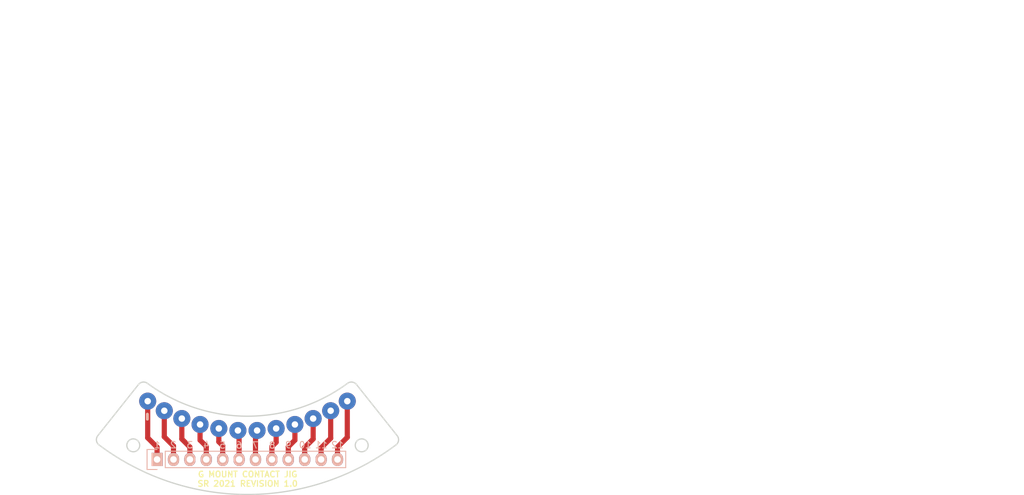
<source format=kicad_pcb>
(kicad_pcb (version 20171130) (host pcbnew 5.1.6)

  (general
    (thickness 1.6)
    (drawings 41)
    (tracks 34)
    (zones 0)
    (modules 13)
    (nets 13)
  )

  (page A4)
  (title_block
    (title "G Mount Spring Contact Test Jig")
    (date 2021-03-07)
    (rev 1.0)
    (company "Scott Rapson")
  )

  (layers
    (0 F.Cu signal)
    (31 B.Cu signal)
    (32 B.Adhes user)
    (33 F.Adhes user)
    (34 B.Paste user)
    (35 F.Paste user)
    (36 B.SilkS user)
    (37 F.SilkS user)
    (38 B.Mask user)
    (39 F.Mask user)
    (40 Dwgs.User user)
    (41 Cmts.User user)
    (42 Eco1.User user)
    (43 Eco2.User user)
    (44 Edge.Cuts user)
    (45 Margin user)
    (46 B.CrtYd user)
    (47 F.CrtYd user)
    (48 B.Fab user)
    (49 F.Fab user)
  )

  (setup
    (last_trace_width 0.8)
    (user_trace_width 0.4)
    (user_trace_width 0.8)
    (trace_clearance 0.2)
    (zone_clearance 0.508)
    (zone_45_only no)
    (trace_min 0.2)
    (via_size 0.8)
    (via_drill 0.4)
    (via_min_size 0.4)
    (via_min_drill 0.3)
    (user_via 0.8 0.4)
    (uvia_size 0.3)
    (uvia_drill 0.1)
    (uvias_allowed no)
    (uvia_min_size 0.2)
    (uvia_min_drill 0.1)
    (edge_width 0.05)
    (segment_width 0.2)
    (pcb_text_width 0.3)
    (pcb_text_size 1.5 1.5)
    (mod_edge_width 0.12)
    (mod_text_size 1 1)
    (mod_text_width 0.15)
    (pad_size 2.64 2.64)
    (pad_drill 1)
    (pad_to_mask_clearance 0.05)
    (aux_axis_origin 150 75)
    (grid_origin 150 75)
    (visible_elements FFFFFF7F)
    (pcbplotparams
      (layerselection 0x012f0_ffffffff)
      (usegerberextensions false)
      (usegerberattributes true)
      (usegerberadvancedattributes true)
      (creategerberjobfile true)
      (excludeedgelayer true)
      (linewidth 0.100000)
      (plotframeref false)
      (viasonmask false)
      (mode 1)
      (useauxorigin false)
      (hpglpennumber 1)
      (hpglpenspeed 20)
      (hpglpendiameter 15.000000)
      (psnegative false)
      (psa4output false)
      (plotreference true)
      (plotvalue true)
      (plotinvisibletext false)
      (padsonsilk false)
      (subtractmaskfromsilk false)
      (outputformat 1)
      (mirror false)
      (drillshape 0)
      (scaleselection 1)
      (outputdirectory "output/"))
  )

  (net 0 "")
  (net 1 /1)
  (net 2 /2)
  (net 3 /3)
  (net 4 /4)
  (net 5 /5)
  (net 6 /6)
  (net 7 /7)
  (net 8 /8)
  (net 9 /9)
  (net 10 /10)
  (net 11 /11)
  (net 12 /12)

  (net_class Default "This is the default net class."
    (clearance 0.2)
    (trace_width 0.25)
    (via_dia 0.8)
    (via_drill 0.4)
    (uvia_dia 0.3)
    (uvia_drill 0.1)
    (add_net /1)
    (add_net /10)
    (add_net /11)
    (add_net /12)
    (add_net /2)
    (add_net /3)
    (add_net /4)
    (add_net /5)
    (add_net /6)
    (add_net /7)
    (add_net /8)
    (add_net /9)
  )

  (module Applidyne_Connector_Wurth:61301211121 (layer B.Cu) (tedit 599934E3) (tstamp 6044C8A8)
    (at 136 107.825 270)
    (descr "Through hole pin header")
    (tags "pin header")
    (path /60468B93)
    (fp_text reference P13 (at 0 3 270) (layer B.SilkS) hide
      (effects (font (size 1 1) (thickness 0.15)) (justify mirror))
    )
    (fp_text value CONN_01X12 (at 0 3.1 270) (layer B.SilkS) hide
      (effects (font (size 1 1) (thickness 0.15)) (justify mirror))
    )
    (fp_text user %R (at 0 3 270) (layer B.Fab)
      (effects (font (size 1 1) (thickness 0.15)) (justify mirror))
    )
    (fp_line (start -1.75 1.75) (end -1.75 -29.7) (layer B.CrtYd) (width 0.05))
    (fp_line (start 1.75 1.75) (end 1.75 -29.7) (layer B.CrtYd) (width 0.05))
    (fp_line (start -1.75 1.75) (end 1.75 1.75) (layer B.CrtYd) (width 0.05))
    (fp_line (start -1.75 -29.7) (end 1.75 -29.7) (layer B.CrtYd) (width 0.05))
    (fp_line (start 1.27 -1.27) (end 1.27 -29.21) (layer B.SilkS) (width 0.15))
    (fp_line (start 1.27 -29.21) (end -1.27 -29.21) (layer B.SilkS) (width 0.15))
    (fp_line (start -1.27 -29.21) (end -1.27 -1.27) (layer B.SilkS) (width 0.15))
    (fp_line (start 1.55 1.55) (end 1.55 0) (layer B.SilkS) (width 0.15))
    (fp_line (start 1.27 -1.27) (end -1.27 -1.27) (layer B.SilkS) (width 0.15))
    (fp_line (start -1.55 0) (end -1.55 1.55) (layer B.SilkS) (width 0.15))
    (fp_line (start -1.55 1.55) (end 1.55 1.55) (layer B.SilkS) (width 0.15))
    (pad 12 thru_hole oval (at 0 -27.94 270) (size 2.032 1.7272) (drill 1.016) (layers *.Cu *.Mask B.SilkS)
      (net 12 /12))
    (pad 11 thru_hole oval (at 0 -25.4 270) (size 2.032 1.7272) (drill 1.016) (layers *.Cu *.Mask B.SilkS)
      (net 11 /11))
    (pad 10 thru_hole oval (at 0 -22.86 270) (size 2.032 1.7272) (drill 1.016) (layers *.Cu *.Mask B.SilkS)
      (net 10 /10))
    (pad 9 thru_hole oval (at 0 -20.32 270) (size 2.032 1.7272) (drill 1.016) (layers *.Cu *.Mask B.SilkS)
      (net 9 /9))
    (pad 8 thru_hole oval (at 0 -17.78 270) (size 2.032 1.7272) (drill 1.016) (layers *.Cu *.Mask B.SilkS)
      (net 8 /8))
    (pad 7 thru_hole oval (at 0 -15.24 270) (size 2.032 1.7272) (drill 1.016) (layers *.Cu *.Mask B.SilkS)
      (net 7 /7))
    (pad 6 thru_hole oval (at 0 -12.7 270) (size 2.032 1.7272) (drill 1.016) (layers *.Cu *.Mask B.SilkS)
      (net 6 /6))
    (pad 5 thru_hole oval (at 0 -10.16 270) (size 2.032 1.7272) (drill 1.016) (layers *.Cu *.Mask B.SilkS)
      (net 5 /5))
    (pad 4 thru_hole oval (at 0 -7.62 270) (size 2.032 1.7272) (drill 1.016) (layers *.Cu *.Mask B.SilkS)
      (net 4 /4))
    (pad 3 thru_hole oval (at 0 -5.08 270) (size 2.032 1.7272) (drill 1.016) (layers *.Cu *.Mask B.SilkS)
      (net 3 /3))
    (pad 2 thru_hole oval (at 0 -2.54 270) (size 2.032 1.7272) (drill 1.016) (layers *.Cu *.Mask B.SilkS)
      (net 2 /2))
    (pad 1 thru_hole rect (at 0 0 270) (size 2.032 1.7272) (drill 1.016) (layers *.Cu *.Mask B.SilkS)
      (net 1 /1))
    (model ${APPLI_PACKAGES_3D}/appli_connector_wurth.3dshapes/61301211121.step
      (offset (xyz 0 -13.96999979019165 0.9999999849815068))
      (scale (xyz 1 1 1))
      (rotate (xyz -90 0 90))
    )
  )

  (module Applidyne_Connector:HARWIN_P70-2100045R (layer F.Cu) (tedit 60445391) (tstamp 6044BE46)
    (at 165.454132 98.797277)
    (descr "HARWIN SPRING CONTACT POGO 5.5MM, 0.9MM (https://cdn.harwin.com/pdfs/P70-210.pdf)")
    (tags "SPRING CONTACT POGO PIN TEST")
    (path /6045664D)
    (fp_text reference P12 (at 0.045868 3.702723 90) (layer F.SilkS) hide
      (effects (font (size 1 1) (thickness 0.15)))
    )
    (fp_text value POGO_P70-2100045R (at 3.81 0) (layer F.Fab) hide
      (effects (font (size 1 1) (thickness 0.15)))
    )
    (fp_circle (center 0 0) (end 1.481062 0) (layer F.CrtYd) (width 0.08))
    (pad 1 thru_hole circle (at 0 0) (size 2.64 2.64) (drill 1) (layers *.Cu *.Mask)
      (net 12 /12))
    (model ${APPLI_FOOTPRINTS}/packages3d/appli_connector.3dshapes/HARWIN_P70-2100045.step
      (at (xyz 0 0 0))
      (scale (xyz 1 1 1))
      (rotate (xyz -90 0 0))
    )
  )

  (module Applidyne_Connector:HARWIN_P70-2100045R (layer F.Cu) (tedit 60445391) (tstamp 6044BE40)
    (at 162.88198 100.28231)
    (descr "HARWIN SPRING CONTACT POGO 5.5MM, 0.9MM (https://cdn.harwin.com/pdfs/P70-210.pdf)")
    (tags "SPRING CONTACT POGO PIN TEST")
    (path /60456640)
    (fp_text reference P11 (at -0.08198 3.59388 90) (layer F.SilkS) hide
      (effects (font (size 1 1) (thickness 0.15)))
    )
    (fp_text value POGO_P70-2100045R (at 3.81 0) (layer F.Fab) hide
      (effects (font (size 1 1) (thickness 0.15)))
    )
    (fp_circle (center 0 0) (end 1.481062 0) (layer F.CrtYd) (width 0.08))
    (pad 1 thru_hole circle (at 0 0) (size 2.64 2.64) (drill 1) (layers *.Cu *.Mask)
      (net 11 /11))
    (model ${APPLI_FOOTPRINTS}/packages3d/appli_connector.3dshapes/HARWIN_P70-2100045.step
      (at (xyz 0 0 0))
      (scale (xyz 1 1 1))
      (rotate (xyz -90 0 0))
    )
  )

  (module Applidyne_Connector:HARWIN_P70-2100045R (layer F.Cu) (tedit 60445391) (tstamp 6044BE3A)
    (at 160.16869 101.490344)
    (descr "HARWIN SPRING CONTACT POGO 5.5MM, 0.9MM (https://cdn.harwin.com/pdfs/P70-210.pdf)")
    (tags "SPRING CONTACT POGO PIN TEST")
    (path /60456633)
    (fp_text reference P10 (at 0.03131 3.609656 90) (layer F.SilkS) hide
      (effects (font (size 1 1) (thickness 0.15)))
    )
    (fp_text value POGO_P70-2100045R (at 3.81 0) (layer F.Fab) hide
      (effects (font (size 1 1) (thickness 0.15)))
    )
    (fp_circle (center 0 0) (end 1.481062 0) (layer F.CrtYd) (width 0.08))
    (pad 1 thru_hole circle (at 0 0) (size 2.64 2.64) (drill 1) (layers *.Cu *.Mask)
      (net 10 /10))
    (model ${APPLI_FOOTPRINTS}/packages3d/appli_connector.3dshapes/HARWIN_P70-2100045.step
      (at (xyz 0 0 0))
      (scale (xyz 1 1 1))
      (rotate (xyz -90 0 0))
    )
  )

  (module Applidyne_Connector:HARWIN_P70-2100045R (layer F.Cu) (tedit 60445391) (tstamp 6044BE34)
    (at 157.34399 102.408145)
    (descr "HARWIN SPRING CONTACT POGO 5.5MM, 0.9MM (https://cdn.harwin.com/pdfs/P70-210.pdf)")
    (tags "SPRING CONTACT POGO PIN TEST")
    (path /60456626)
    (fp_text reference P9 (at 0.05601 3.191855 90) (layer F.SilkS) hide
      (effects (font (size 1 1) (thickness 0.15)))
    )
    (fp_text value POGO_P70-2100045R (at 3.81 0) (layer F.Fab) hide
      (effects (font (size 1 1) (thickness 0.15)))
    )
    (fp_circle (center 0 0) (end 1.481062 0) (layer F.CrtYd) (width 0.08))
    (pad 1 thru_hole circle (at 0 0) (size 2.64 2.64) (drill 1) (layers *.Cu *.Mask)
      (net 9 /9))
    (model ${APPLI_FOOTPRINTS}/packages3d/appli_connector.3dshapes/HARWIN_P70-2100045.step
      (at (xyz 0 0 0))
      (scale (xyz 1 1 1))
      (rotate (xyz -90 0 0))
    )
  )

  (module Applidyne_Connector:HARWIN_P70-2100045R (layer F.Cu) (tedit 60445391) (tstamp 6044BE2E)
    (at 154.438827 103.025656)
    (descr "HARWIN SPRING CONTACT POGO 5.5MM, 0.9MM (https://cdn.harwin.com/pdfs/P70-210.pdf)")
    (tags "SPRING CONTACT POGO PIN TEST")
    (path /6044A4D5)
    (fp_text reference P8 (at -0.038827 3.474344 90) (layer F.SilkS) hide
      (effects (font (size 1 1) (thickness 0.15)))
    )
    (fp_text value POGO_P70-2100045R (at 3.81 0) (layer F.Fab) hide
      (effects (font (size 1 1) (thickness 0.15)))
    )
    (fp_circle (center 0 0) (end 1.481062 0) (layer F.CrtYd) (width 0.08))
    (pad 1 thru_hole circle (at 0 0) (size 2.64 2.64) (drill 1) (layers *.Cu *.Mask)
      (net 8 /8))
    (model ${APPLI_FOOTPRINTS}/packages3d/appli_connector.3dshapes/HARWIN_P70-2100045.step
      (at (xyz 0 0 0))
      (scale (xyz 1 1 1))
      (rotate (xyz -90 0 0))
    )
  )

  (module Applidyne_Connector:HARWIN_P70-2100045R (layer F.Cu) (tedit 60445391) (tstamp 6044BE28)
    (at 151.485032 103.336113)
    (descr "HARWIN SPRING CONTACT POGO 5.5MM, 0.9MM (https://cdn.harwin.com/pdfs/P70-210.pdf)")
    (tags "SPRING CONTACT POGO PIN TEST")
    (path /60449DD4)
    (fp_text reference P7 (at 0.069508 3.163887 90) (layer F.SilkS) hide
      (effects (font (size 1 1) (thickness 0.15)))
    )
    (fp_text value POGO_P70-2100045R (at 3.81 0) (layer F.Fab) hide
      (effects (font (size 1 1) (thickness 0.15)))
    )
    (fp_circle (center 0 0) (end 1.481062 0) (layer F.CrtYd) (width 0.08))
    (pad 1 thru_hole circle (at 0 0) (size 2.64 2.64) (drill 1) (layers *.Cu *.Mask)
      (net 7 /7))
    (model ${APPLI_FOOTPRINTS}/packages3d/appli_connector.3dshapes/HARWIN_P70-2100045.step
      (at (xyz 0 0 0))
      (scale (xyz 1 1 1))
      (rotate (xyz -90 0 0))
    )
  )

  (module Applidyne_Connector:HARWIN_P70-2100045R (layer F.Cu) (tedit 60445391) (tstamp 6044BE22)
    (at 148.514968 103.336113)
    (descr "HARWIN SPRING CONTACT POGO 5.5MM, 0.9MM (https://cdn.harwin.com/pdfs/P70-210.pdf)")
    (tags "SPRING CONTACT POGO PIN TEST")
    (path /60449667)
    (fp_text reference P6 (at 0.085032 3.163887 90) (layer F.SilkS) hide
      (effects (font (size 1 1) (thickness 0.15)))
    )
    (fp_text value POGO_P70-2100045R (at 3.81 0) (layer F.Fab) hide
      (effects (font (size 1 1) (thickness 0.15)))
    )
    (fp_circle (center 0 0) (end 1.481062 0) (layer F.CrtYd) (width 0.08))
    (pad 1 thru_hole circle (at 0 0) (size 2.64 2.64) (drill 1) (layers *.Cu *.Mask)
      (net 6 /6))
    (model ${APPLI_FOOTPRINTS}/packages3d/appli_connector.3dshapes/HARWIN_P70-2100045.step
      (at (xyz 0 0 0))
      (scale (xyz 1 1 1))
      (rotate (xyz -90 0 0))
    )
  )

  (module Applidyne_Connector:HARWIN_P70-2100045R (layer F.Cu) (tedit 60445391) (tstamp 6044BE1C)
    (at 145.561173 103.025656)
    (descr "HARWIN SPRING CONTACT POGO 5.5MM, 0.9MM (https://cdn.harwin.com/pdfs/P70-210.pdf)")
    (tags "SPRING CONTACT POGO PIN TEST")
    (path /60449006)
    (fp_text reference P5 (at -0.061173 3.474344 90) (layer F.SilkS) hide
      (effects (font (size 1 1) (thickness 0.15)))
    )
    (fp_text value POGO_P70-2100045R (at 3.81 0) (layer F.Fab) hide
      (effects (font (size 1 1) (thickness 0.15)))
    )
    (fp_circle (center 0 0) (end 1.481062 0) (layer F.CrtYd) (width 0.08))
    (pad 1 thru_hole circle (at 0 0) (size 2.64 2.64) (drill 1) (layers *.Cu *.Mask)
      (net 5 /5))
    (model ${APPLI_FOOTPRINTS}/packages3d/appli_connector.3dshapes/HARWIN_P70-2100045.step
      (at (xyz 0 0 0))
      (scale (xyz 1 1 1))
      (rotate (xyz -90 0 0))
    )
  )

  (module Applidyne_Connector:HARWIN_P70-2100045R (layer F.Cu) (tedit 60445391) (tstamp 6044BE16)
    (at 142.65601 102.408145)
    (descr "HARWIN SPRING CONTACT POGO 5.5MM, 0.9MM (https://cdn.harwin.com/pdfs/P70-210.pdf)")
    (tags "SPRING CONTACT POGO PIN TEST")
    (path /604487E9)
    (fp_text reference P4 (at -0.05601 3.191855 90) (layer F.SilkS) hide
      (effects (font (size 1 1) (thickness 0.15)))
    )
    (fp_text value POGO_P70-2100045R (at 3.81 0) (layer F.Fab) hide
      (effects (font (size 1 1) (thickness 0.15)))
    )
    (fp_circle (center 0 0) (end 1.481062 0) (layer F.CrtYd) (width 0.08))
    (pad 1 thru_hole circle (at 0 0) (size 2.64 2.64) (drill 1) (layers *.Cu *.Mask)
      (net 4 /4))
    (model ${APPLI_FOOTPRINTS}/packages3d/appli_connector.3dshapes/HARWIN_P70-2100045.step
      (at (xyz 0 0 0))
      (scale (xyz 1 1 1))
      (rotate (xyz -90 0 0))
    )
  )

  (module Applidyne_Connector:HARWIN_P70-2100045R (layer F.Cu) (tedit 60445391) (tstamp 6044BE10)
    (at 139.83131 101.490344)
    (descr "HARWIN SPRING CONTACT POGO 5.5MM, 0.9MM (https://cdn.harwin.com/pdfs/P70-210.pdf)")
    (tags "SPRING CONTACT POGO PIN TEST")
    (path /604481DC)
    (fp_text reference P3 (at -0.03131 2.909656 90) (layer F.SilkS) hide
      (effects (font (size 1 1) (thickness 0.15)))
    )
    (fp_text value POGO_P70-2100045R (at 3.81 0) (layer F.Fab) hide
      (effects (font (size 1 1) (thickness 0.15)))
    )
    (fp_circle (center 0 0) (end 1.481062 0) (layer F.CrtYd) (width 0.08))
    (pad 1 thru_hole circle (at 0 0) (size 2.64 2.64) (drill 1) (layers *.Cu *.Mask)
      (net 3 /3))
    (model ${APPLI_FOOTPRINTS}/packages3d/appli_connector.3dshapes/HARWIN_P70-2100045.step
      (at (xyz 0 0 0))
      (scale (xyz 1 1 1))
      (rotate (xyz -90 0 0))
    )
  )

  (module Applidyne_Connector:HARWIN_P70-2100045R (layer F.Cu) (tedit 60445391) (tstamp 6044BE0A)
    (at 137.11802 100.28231)
    (descr "HARWIN SPRING CONTACT POGO 5.5MM, 0.9MM (https://cdn.harwin.com/pdfs/P70-210.pdf)")
    (tags "SPRING CONTACT POGO PIN TEST")
    (path /60447B47)
    (fp_text reference P2 (at -0.31802 3.11769 90) (layer F.SilkS) hide
      (effects (font (size 1 1) (thickness 0.15)))
    )
    (fp_text value POGO_P70-2100045R (at 3.81 0) (layer F.Fab) hide
      (effects (font (size 1 1) (thickness 0.15)))
    )
    (fp_circle (center 0 0) (end 1.481062 0) (layer F.CrtYd) (width 0.08))
    (pad 1 thru_hole circle (at 0 0) (size 2.64 2.64) (drill 1) (layers *.Cu *.Mask)
      (net 2 /2))
    (model ${APPLI_FOOTPRINTS}/packages3d/appli_connector.3dshapes/HARWIN_P70-2100045.step
      (at (xyz 0 0 0))
      (scale (xyz 1 1 1))
      (rotate (xyz -90 0 0))
    )
  )

  (module Applidyne_Connector:HARWIN_P70-2100045R (layer F.Cu) (tedit 60445391) (tstamp 6044C325)
    (at 134.545868 98.797277)
    (descr "HARWIN SPRING CONTACT POGO 5.5MM, 0.9MM (https://cdn.harwin.com/pdfs/P70-210.pdf)")
    (tags "SPRING CONTACT POGO PIN TEST")
    (path /60446D10)
    (fp_text reference P1 (at -0.045868 3.226533 90) (layer F.SilkS) hide
      (effects (font (size 1 1) (thickness 0.15)))
    )
    (fp_text value POGO_P70-2100045R (at 15.379132 -0.022277) (layer F.Fab)
      (effects (font (size 1 1) (thickness 0.15)))
    )
    (fp_circle (center 0 0) (end 1.481062 0) (layer F.CrtYd) (width 0.08))
    (pad 1 thru_hole circle (at 0 0) (size 2.64 2.64) (drill 1) (layers *.Cu *.Mask)
      (net 1 /1))
    (model ${APPLI_FOOTPRINTS}/packages3d/appli_connector.3dshapes/HARWIN_P70-2100045.step
      (at (xyz 0 0 0))
      (scale (xyz 1 1 1))
      (rotate (xyz -90 0 0))
    )
  )

  (gr_text "1.6 mm FR4\nBoard fits in 50x20mm rectangle\n2 Layers, 35um (1oz) copper\nBlack soldermask, white silkscreen\nENIG finish" (at 203.225 101.3) (layer Cmts.User)
    (effects (font (size 2.5 2.5) (thickness 0.25)) (justify left))
  )
  (gr_text "PCB STACKUP" (at 223.65 78.225) (layer Cmts.User)
    (effects (font (size 4 4) (thickness 0.4)))
  )
  (gr_line (start 134.5 100.8) (end 134.5 101.6) (layer B.SilkS) (width 0.4) (tstamp 6044D96F))
  (gr_text "G MOUNT CONTACT JIG\nSR 2021 REVISION 1.0" (at 150.025 110.85) (layer F.SilkS)
    (effects (font (size 0.9 0.9) (thickness 0.18)))
  )
  (gr_line (start 134.5 100.8) (end 134.5 101.6) (layer F.SilkS) (width 0.4))
  (gr_text 12 (at 163.925 105.575) (layer B.SilkS)
    (effects (font (size 1 1) (thickness 0.15)) (justify mirror))
  )
  (gr_text 11 (at 161.425 105.575) (layer B.SilkS)
    (effects (font (size 1 1) (thickness 0.15)) (justify mirror))
  )
  (gr_text 10 (at 158.925 105.575) (layer B.SilkS)
    (effects (font (size 1 1) (thickness 0.15)) (justify mirror))
  )
  (gr_text 9 (at 156.325 105.575) (layer B.SilkS)
    (effects (font (size 1 1) (thickness 0.15)) (justify mirror))
  )
  (gr_text 8 (at 153.825 105.625) (layer B.SilkS)
    (effects (font (size 1 1) (thickness 0.15)) (justify mirror))
  )
  (gr_text 7 (at 151.25 105.625) (layer B.SilkS)
    (effects (font (size 1 1) (thickness 0.15)) (justify mirror))
  )
  (gr_text 6 (at 148.7 105.625) (layer B.SilkS)
    (effects (font (size 1 1) (thickness 0.15)) (justify mirror))
  )
  (gr_text 5 (at 146.125 105.625) (layer B.SilkS)
    (effects (font (size 1 1) (thickness 0.15)) (justify mirror))
  )
  (gr_text 4 (at 143.625 105.575) (layer B.SilkS)
    (effects (font (size 1 1) (thickness 0.15)) (justify mirror))
  )
  (gr_text 3 (at 141.05 105.575) (layer B.SilkS)
    (effects (font (size 1 1) (thickness 0.15)) (justify mirror))
  )
  (gr_text 2 (at 138.5 105.575) (layer B.SilkS)
    (effects (font (size 1 1) (thickness 0.15)) (justify mirror))
  )
  (gr_text 1 (at 136 105.575) (layer B.SilkS)
    (effects (font (size 1 1) (thickness 0.15)) (justify mirror))
  )
  (gr_circle (center 150 75) (end 182.5 75) (layer Eco1.User) (width 0.15) (tstamp 6044381B))
  (gr_circle (center 150 75) (end 188.25 75) (layer Eco1.User) (width 0.15))
  (gr_arc (start 172.397704 104.764161) (end 172.986529 105.572568) (angle -92.43124742) (layer Edge.Cuts) (width 0.2))
  (gr_arc (start 150 75) (end 127.001015 105.563199) (angle -73.9) (layer Edge.Cuts) (width 0.2))
  (gr_arc (start 127.602296 104.764161) (end 126.819688 104.141647) (angle -91.49996052) (layer Edge.Cuts) (width 0.2))
  (gr_line (start 133.12577 96.213815) (end 126.819688 104.141647) (layer Edge.Cuts) (width 0.2))
  (gr_arc (start 133.908378 96.83633) (end 134.501618 96.031304) (angle -87.89999341) (layer Edge.Cuts) (width 0.2))
  (gr_arc (start 150 75) (end 134.501618 96.031304) (angle -72.8) (layer Edge.Cuts) (width 0.2))
  (gr_arc (start 166.091622 96.83633) (end 166.87423 96.213815) (angle -87.22019376) (layer Edge.Cuts) (width 0.2))
  (gr_line (start 173.180312 104.141647) (end 166.87423 96.213815) (layer Edge.Cuts) (width 0.2))
  (gr_circle (center 165.454132 98.797277) (end 165.954132 98.797277) (layer Dwgs.User) (width 0.2))
  (gr_circle (center 162.88198 100.28231) (end 163.38198 100.28231) (layer Dwgs.User) (width 0.2))
  (gr_circle (center 160.16869 101.490344) (end 160.66869 101.490344) (layer Dwgs.User) (width 0.2))
  (gr_circle (center 157.34399 102.408145) (end 157.84399 102.408145) (layer Dwgs.User) (width 0.2))
  (gr_circle (center 154.438827 103.025656) (end 154.938827 103.025656) (layer Dwgs.User) (width 0.2))
  (gr_circle (center 151.485032 103.336113) (end 151.985032 103.336113) (layer Dwgs.User) (width 0.2))
  (gr_circle (center 148.514968 103.336113) (end 149.014968 103.336113) (layer Dwgs.User) (width 0.2))
  (gr_circle (center 145.561173 103.025656) (end 146.061173 103.025656) (layer Dwgs.User) (width 0.2))
  (gr_circle (center 142.65601 102.408145) (end 143.15601 102.408145) (layer Dwgs.User) (width 0.2))
  (gr_circle (center 139.83131 101.490344) (end 140.33131 101.490344) (layer Dwgs.User) (width 0.2))
  (gr_circle (center 137.11802 100.28231) (end 137.61802 100.28231) (layer Dwgs.User) (width 0.2))
  (gr_circle (center 134.545868 98.797277) (end 135.045868 98.797277) (layer Dwgs.User) (width 0.2))
  (gr_circle (center 167.6875 105.635648) (end 168.6875 105.635648) (layer Edge.Cuts) (width 0.2))
  (gr_circle (center 132.3125 105.635648) (end 133.3125 105.635648) (layer Edge.Cuts) (width 0.2))

  (segment (start 136 107.825) (end 136 105.925) (width 0.8) (layer F.Cu) (net 1))
  (segment (start 134.545868 104.470868) (end 134.545868 98.797277) (width 0.8) (layer F.Cu) (net 1))
  (segment (start 136 105.925) (end 134.545868 104.470868) (width 0.8) (layer F.Cu) (net 1))
  (segment (start 138.54 107.825) (end 138.54 105.74) (width 0.8) (layer F.Cu) (net 2))
  (segment (start 137.11802 104.31802) (end 137.11802 100.28231) (width 0.8) (layer F.Cu) (net 2))
  (segment (start 138.54 105.74) (end 137.11802 104.31802) (width 0.8) (layer F.Cu) (net 2))
  (segment (start 141.08 107.825) (end 141.08 105.905) (width 0.8) (layer F.Cu) (net 3))
  (segment (start 139.83131 104.65631) (end 139.83131 101.490344) (width 0.8) (layer F.Cu) (net 3))
  (segment (start 141.08 105.905) (end 139.83131 104.65631) (width 0.8) (layer F.Cu) (net 3))
  (segment (start 143.62 107.825) (end 143.62 105.795) (width 0.8) (layer F.Cu) (net 4))
  (segment (start 142.65601 104.83101) (end 142.65601 102.408145) (width 0.8) (layer F.Cu) (net 4))
  (segment (start 143.62 105.795) (end 142.65601 104.83101) (width 0.8) (layer F.Cu) (net 4))
  (segment (start 146.16 107.825) (end 146.16 105.685) (width 0.8) (layer F.Cu) (net 5))
  (segment (start 145.561173 105.086173) (end 145.561173 103.025656) (width 0.8) (layer F.Cu) (net 5))
  (segment (start 146.16 105.685) (end 145.561173 105.086173) (width 0.8) (layer F.Cu) (net 5))
  (segment (start 148.7 103.521145) (end 148.514968 103.336113) (width 0.8) (layer F.Cu) (net 6))
  (segment (start 148.7 107.825) (end 148.7 103.521145) (width 0.8) (layer F.Cu) (net 6))
  (segment (start 151.24 103.581145) (end 151.485032 103.336113) (width 0.8) (layer F.Cu) (net 7))
  (segment (start 151.24 107.825) (end 151.24 103.581145) (width 0.8) (layer F.Cu) (net 7))
  (segment (start 153.78 107.825) (end 153.78 105.82) (width 0.8) (layer F.Cu) (net 8))
  (segment (start 154.438827 105.161173) (end 154.438827 103.025656) (width 0.8) (layer F.Cu) (net 8))
  (segment (start 153.78 105.82) (end 154.438827 105.161173) (width 0.8) (layer F.Cu) (net 8))
  (segment (start 156.32 107.825) (end 156.32 105.855) (width 0.8) (layer F.Cu) (net 9))
  (segment (start 157.34399 104.83101) (end 157.34399 102.408145) (width 0.8) (layer F.Cu) (net 9))
  (segment (start 156.32 105.855) (end 157.34399 104.83101) (width 0.8) (layer F.Cu) (net 9))
  (segment (start 158.86 107.825) (end 158.86 105.965) (width 0.8) (layer F.Cu) (net 10))
  (segment (start 160.16869 104.65631) (end 160.16869 101.490344) (width 0.8) (layer F.Cu) (net 10))
  (segment (start 158.86 105.965) (end 160.16869 104.65631) (width 0.8) (layer F.Cu) (net 10))
  (segment (start 161.4 107.825) (end 161.4 106.025) (width 0.8) (layer F.Cu) (net 11))
  (segment (start 162.88198 104.54302) (end 162.88198 100.28231) (width 0.8) (layer F.Cu) (net 11))
  (segment (start 161.4 106.025) (end 162.88198 104.54302) (width 0.8) (layer F.Cu) (net 11))
  (segment (start 163.94 107.825) (end 163.94 105.91) (width 0.8) (layer F.Cu) (net 12))
  (segment (start 165.454132 104.395868) (end 165.454132 98.797277) (width 0.8) (layer F.Cu) (net 12))
  (segment (start 163.94 105.91) (end 165.454132 104.395868) (width 0.8) (layer F.Cu) (net 12))

)

</source>
